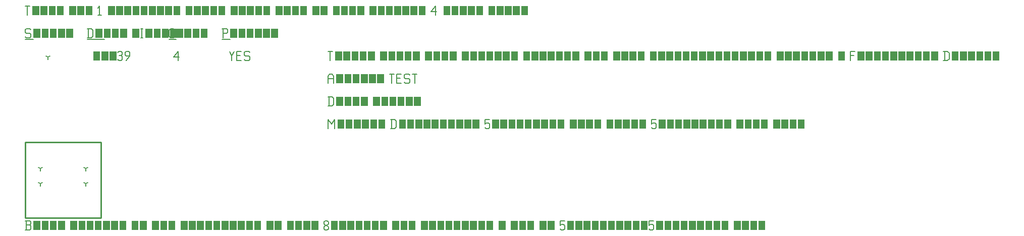
<source format=gbr>
G04 start of page 11 for group -1 layer_idx 268435461 *
G04 Title: board with minimal netlist and some back-annotation changes, <virtual group> *
G04 Creator: <version>
G04 CreationDate: <date>
G04 For: TEST *
G04 Format: Gerber/RS-274X *
G04 PCB-Dimensions: 50000 50000 *
G04 PCB-Coordinate-Origin: lower left *
%MOIN*%
%FSLAX25Y25*%
%LNLOGICAL_VIRTUAL_FAB_NONE*%
%ADD34C,0.0100*%
%ADD33C,0.0001*%
%ADD32C,0.0060*%
%ADD31C,0.0080*%
G54D31*X10000Y32500D02*Y30900D01*
Y32500D02*X11387Y33300D01*
X10000Y32500D02*X8613Y33300D01*
X40000Y32500D02*Y30900D01*
Y32500D02*X41387Y33300D01*
X40000Y32500D02*X38613Y33300D01*
X10000Y22500D02*Y20900D01*
Y22500D02*X11387Y23300D01*
X10000Y22500D02*X8613Y23300D01*
X40000Y22500D02*Y20900D01*
Y22500D02*X41387Y23300D01*
X40000Y22500D02*X38613Y23300D01*
X15000Y106250D02*Y104650D01*
Y106250D02*X16387Y107050D01*
X15000Y106250D02*X13613Y107050D01*
G54D32*X135000Y110000D02*X136500Y107000D01*
X138000Y110000D01*
X136500Y107000D02*Y104000D01*
X139800Y107300D02*X142050D01*
X139800Y104000D02*X142800D01*
X139800Y110000D02*Y104000D01*
Y110000D02*X142800D01*
X147600D02*X148350Y109250D01*
X145350Y110000D02*X147600D01*
X144600Y109250D02*X145350Y110000D01*
X144600Y109250D02*Y107750D01*
X145350Y107000D01*
X147600D01*
X148350Y106250D01*
Y104750D01*
X147600Y104000D02*X148350Y104750D01*
X145350Y104000D02*X147600D01*
X144600Y104750D02*X145350Y104000D01*
X98000Y106250D02*X101000Y110000D01*
X98000Y106250D02*X101750D01*
X101000Y110000D02*Y104000D01*
G54D33*G36*
X45000Y110000D02*X49500D01*
Y104000D01*
X45000D01*
Y110000D01*
G37*
G36*
X50400D02*X54900D01*
Y104000D01*
X50400D01*
Y110000D01*
G37*
G36*
X55800D02*X60300D01*
Y104000D01*
X55800D01*
Y110000D01*
G37*
G54D32*X61200Y109250D02*X61950Y110000D01*
X63450D01*
X64200Y109250D01*
X63450Y104000D02*X64200Y104750D01*
X61950Y104000D02*X63450D01*
X61200Y104750D02*X61950Y104000D01*
Y107300D02*X63450D01*
X64200Y109250D02*Y108050D01*
Y106550D02*Y104750D01*
Y106550D02*X63450Y107300D01*
X64200Y108050D02*X63450Y107300D01*
X66750Y104000D02*X69000Y107000D01*
Y109250D02*Y107000D01*
X68250Y110000D02*X69000Y109250D01*
X66750Y110000D02*X68250D01*
X66000Y109250D02*X66750Y110000D01*
X66000Y109250D02*Y107750D01*
X66750Y107000D01*
X69000D01*
X3000Y125000D02*X3750Y124250D01*
X750Y125000D02*X3000D01*
X0Y124250D02*X750Y125000D01*
X0Y124250D02*Y122750D01*
X750Y122000D01*
X3000D01*
X3750Y121250D01*
Y119750D01*
X3000Y119000D02*X3750Y119750D01*
X750Y119000D02*X3000D01*
X0Y119750D02*X750Y119000D01*
G54D33*G36*
X5550Y125000D02*X10050D01*
Y119000D01*
X5550D01*
Y125000D01*
G37*
G36*
X10950D02*X15450D01*
Y119000D01*
X10950D01*
Y125000D01*
G37*
G36*
X16350D02*X20850D01*
Y119000D01*
X16350D01*
Y125000D01*
G37*
G36*
X21750D02*X26250D01*
Y119000D01*
X21750D01*
Y125000D01*
G37*
G36*
X27150D02*X31650D01*
Y119000D01*
X27150D01*
Y125000D01*
G37*
G54D32*X0Y118000D02*X5550D01*
X41750Y125000D02*Y119000D01*
X43700Y125000D02*X44750Y123950D01*
Y120050D01*
X43700Y119000D02*X44750Y120050D01*
X41000Y119000D02*X43700D01*
X41000Y125000D02*X43700D01*
G54D33*G36*
X46550D02*X51050D01*
Y119000D01*
X46550D01*
Y125000D01*
G37*
G36*
X51950D02*X56450D01*
Y119000D01*
X51950D01*
Y125000D01*
G37*
G36*
X57350D02*X61850D01*
Y119000D01*
X57350D01*
Y125000D01*
G37*
G36*
X62750D02*X67250D01*
Y119000D01*
X62750D01*
Y125000D01*
G37*
G36*
X70850D02*X75350D01*
Y119000D01*
X70850D01*
Y125000D01*
G37*
G54D32*X76250D02*X77750D01*
X77000D02*Y119000D01*
X76250D02*X77750D01*
G54D33*G36*
X79550Y125000D02*X84050D01*
Y119000D01*
X79550D01*
Y125000D01*
G37*
G36*
X84950D02*X89450D01*
Y119000D01*
X84950D01*
Y125000D01*
G37*
G36*
X90350D02*X94850D01*
Y119000D01*
X90350D01*
Y125000D01*
G37*
G36*
X95750D02*X100250D01*
Y119000D01*
X95750D01*
Y125000D01*
G37*
G54D32*X41000Y118000D02*X52550D01*
X96050Y119000D02*X98000D01*
X95000Y120050D02*X96050Y119000D01*
X95000Y123950D02*Y120050D01*
Y123950D02*X96050Y125000D01*
X98000D01*
G54D33*G36*
X99800D02*X104300D01*
Y119000D01*
X99800D01*
Y125000D01*
G37*
G36*
X105200D02*X109700D01*
Y119000D01*
X105200D01*
Y125000D01*
G37*
G36*
X110600D02*X115100D01*
Y119000D01*
X110600D01*
Y125000D01*
G37*
G36*
X116000D02*X120500D01*
Y119000D01*
X116000D01*
Y125000D01*
G37*
G54D32*X95000Y118000D02*X99800D01*
X130750Y125000D02*Y119000D01*
X130000Y125000D02*X133000D01*
X133750Y124250D01*
Y122750D01*
X133000Y122000D02*X133750Y122750D01*
X130750Y122000D02*X133000D01*
G54D33*G36*
X135550Y125000D02*X140050D01*
Y119000D01*
X135550D01*
Y125000D01*
G37*
G36*
X140950D02*X145450D01*
Y119000D01*
X140950D01*
Y125000D01*
G37*
G36*
X146350D02*X150850D01*
Y119000D01*
X146350D01*
Y125000D01*
G37*
G36*
X151750D02*X156250D01*
Y119000D01*
X151750D01*
Y125000D01*
G37*
G36*
X157150D02*X161650D01*
Y119000D01*
X157150D01*
Y125000D01*
G37*
G36*
X162550D02*X167050D01*
Y119000D01*
X162550D01*
Y125000D01*
G37*
G54D32*X130000Y118000D02*X135550D01*
X0Y140000D02*X3000D01*
X1500D02*Y134000D01*
G54D33*G36*
X4800Y140000D02*X9300D01*
Y134000D01*
X4800D01*
Y140000D01*
G37*
G36*
X10200D02*X14700D01*
Y134000D01*
X10200D01*
Y140000D01*
G37*
G36*
X15600D02*X20100D01*
Y134000D01*
X15600D01*
Y140000D01*
G37*
G36*
X21000D02*X25500D01*
Y134000D01*
X21000D01*
Y140000D01*
G37*
G36*
X29100D02*X33600D01*
Y134000D01*
X29100D01*
Y140000D01*
G37*
G36*
X34500D02*X39000D01*
Y134000D01*
X34500D01*
Y140000D01*
G37*
G36*
X39900D02*X44400D01*
Y134000D01*
X39900D01*
Y140000D01*
G37*
G54D32*X48000Y138800D02*X49200Y140000D01*
Y134000D01*
X48000D02*X50250D01*
G54D33*G36*
X54750Y140000D02*X59250D01*
Y134000D01*
X54750D01*
Y140000D01*
G37*
G36*
X60150D02*X64650D01*
Y134000D01*
X60150D01*
Y140000D01*
G37*
G36*
X65550D02*X70050D01*
Y134000D01*
X65550D01*
Y140000D01*
G37*
G36*
X70950D02*X75450D01*
Y134000D01*
X70950D01*
Y140000D01*
G37*
G36*
X76350D02*X80850D01*
Y134000D01*
X76350D01*
Y140000D01*
G37*
G36*
X81750D02*X86250D01*
Y134000D01*
X81750D01*
Y140000D01*
G37*
G36*
X87150D02*X91650D01*
Y134000D01*
X87150D01*
Y140000D01*
G37*
G36*
X92550D02*X97050D01*
Y134000D01*
X92550D01*
Y140000D01*
G37*
G36*
X97950D02*X102450D01*
Y134000D01*
X97950D01*
Y140000D01*
G37*
G36*
X106050D02*X110550D01*
Y134000D01*
X106050D01*
Y140000D01*
G37*
G36*
X111450D02*X115950D01*
Y134000D01*
X111450D01*
Y140000D01*
G37*
G36*
X116850D02*X121350D01*
Y134000D01*
X116850D01*
Y140000D01*
G37*
G36*
X122250D02*X126750D01*
Y134000D01*
X122250D01*
Y140000D01*
G37*
G36*
X127650D02*X132150D01*
Y134000D01*
X127650D01*
Y140000D01*
G37*
G36*
X135750D02*X140250D01*
Y134000D01*
X135750D01*
Y140000D01*
G37*
G36*
X141150D02*X145650D01*
Y134000D01*
X141150D01*
Y140000D01*
G37*
G36*
X146550D02*X151050D01*
Y134000D01*
X146550D01*
Y140000D01*
G37*
G36*
X151950D02*X156450D01*
Y134000D01*
X151950D01*
Y140000D01*
G37*
G36*
X157350D02*X161850D01*
Y134000D01*
X157350D01*
Y140000D01*
G37*
G36*
X165450D02*X169950D01*
Y134000D01*
X165450D01*
Y140000D01*
G37*
G36*
X170850D02*X175350D01*
Y134000D01*
X170850D01*
Y140000D01*
G37*
G36*
X176250D02*X180750D01*
Y134000D01*
X176250D01*
Y140000D01*
G37*
G36*
X181650D02*X186150D01*
Y134000D01*
X181650D01*
Y140000D01*
G37*
G36*
X189750D02*X194250D01*
Y134000D01*
X189750D01*
Y140000D01*
G37*
G36*
X195150D02*X199650D01*
Y134000D01*
X195150D01*
Y140000D01*
G37*
G36*
X203250D02*X207750D01*
Y134000D01*
X203250D01*
Y140000D01*
G37*
G36*
X208650D02*X213150D01*
Y134000D01*
X208650D01*
Y140000D01*
G37*
G36*
X214050D02*X218550D01*
Y134000D01*
X214050D01*
Y140000D01*
G37*
G36*
X219450D02*X223950D01*
Y134000D01*
X219450D01*
Y140000D01*
G37*
G36*
X227550D02*X232050D01*
Y134000D01*
X227550D01*
Y140000D01*
G37*
G36*
X232950D02*X237450D01*
Y134000D01*
X232950D01*
Y140000D01*
G37*
G36*
X238350D02*X242850D01*
Y134000D01*
X238350D01*
Y140000D01*
G37*
G36*
X243750D02*X248250D01*
Y134000D01*
X243750D01*
Y140000D01*
G37*
G36*
X249150D02*X253650D01*
Y134000D01*
X249150D01*
Y140000D01*
G37*
G36*
X254550D02*X259050D01*
Y134000D01*
X254550D01*
Y140000D01*
G37*
G36*
X259950D02*X264450D01*
Y134000D01*
X259950D01*
Y140000D01*
G37*
G54D32*X268050Y136250D02*X271050Y140000D01*
X268050Y136250D02*X271800D01*
X271050Y140000D02*Y134000D01*
G54D33*G36*
X276300Y140000D02*X280800D01*
Y134000D01*
X276300D01*
Y140000D01*
G37*
G36*
X281700D02*X286200D01*
Y134000D01*
X281700D01*
Y140000D01*
G37*
G36*
X287100D02*X291600D01*
Y134000D01*
X287100D01*
Y140000D01*
G37*
G36*
X292500D02*X297000D01*
Y134000D01*
X292500D01*
Y140000D01*
G37*
G36*
X297900D02*X302400D01*
Y134000D01*
X297900D01*
Y140000D01*
G37*
G36*
X306000D02*X310500D01*
Y134000D01*
X306000D01*
Y140000D01*
G37*
G36*
X311400D02*X315900D01*
Y134000D01*
X311400D01*
Y140000D01*
G37*
G36*
X316800D02*X321300D01*
Y134000D01*
X316800D01*
Y140000D01*
G37*
G36*
X322200D02*X326700D01*
Y134000D01*
X322200D01*
Y140000D01*
G37*
G36*
X327600D02*X332100D01*
Y134000D01*
X327600D01*
Y140000D01*
G37*
G54D34*X0Y50000D02*X50000D01*
X0D02*Y0D01*
X50000Y50000D02*Y0D01*
X0D02*X50000D01*
G54D32*X200000Y65000D02*Y59000D01*
Y65000D02*X202250Y62000D01*
X204500Y65000D01*
Y59000D01*
G54D33*G36*
X206300Y65000D02*X210800D01*
Y59000D01*
X206300D01*
Y65000D01*
G37*
G36*
X211700D02*X216200D01*
Y59000D01*
X211700D01*
Y65000D01*
G37*
G36*
X217100D02*X221600D01*
Y59000D01*
X217100D01*
Y65000D01*
G37*
G36*
X222500D02*X227000D01*
Y59000D01*
X222500D01*
Y65000D01*
G37*
G36*
X227900D02*X232400D01*
Y59000D01*
X227900D01*
Y65000D01*
G37*
G36*
X233300D02*X237800D01*
Y59000D01*
X233300D01*
Y65000D01*
G37*
G54D32*X242150D02*Y59000D01*
X244100Y65000D02*X245150Y63950D01*
Y60050D01*
X244100Y59000D02*X245150Y60050D01*
X241400Y59000D02*X244100D01*
X241400Y65000D02*X244100D01*
G54D33*G36*
X246950D02*X251450D01*
Y59000D01*
X246950D01*
Y65000D01*
G37*
G36*
X252350D02*X256850D01*
Y59000D01*
X252350D01*
Y65000D01*
G37*
G36*
X257750D02*X262250D01*
Y59000D01*
X257750D01*
Y65000D01*
G37*
G36*
X263150D02*X267650D01*
Y59000D01*
X263150D01*
Y65000D01*
G37*
G36*
X268550D02*X273050D01*
Y59000D01*
X268550D01*
Y65000D01*
G37*
G36*
X273950D02*X278450D01*
Y59000D01*
X273950D01*
Y65000D01*
G37*
G36*
X279350D02*X283850D01*
Y59000D01*
X279350D01*
Y65000D01*
G37*
G36*
X284750D02*X289250D01*
Y59000D01*
X284750D01*
Y65000D01*
G37*
G36*
X290150D02*X294650D01*
Y59000D01*
X290150D01*
Y65000D01*
G37*
G36*
X295550D02*X300050D01*
Y59000D01*
X295550D01*
Y65000D01*
G37*
G54D32*X303650D02*X306650D01*
X303650D02*Y62000D01*
X304400Y62750D01*
X305900D01*
X306650Y62000D01*
Y59750D01*
X305900Y59000D02*X306650Y59750D01*
X304400Y59000D02*X305900D01*
X303650Y59750D02*X304400Y59000D01*
G54D33*G36*
X308450Y65000D02*X312950D01*
Y59000D01*
X308450D01*
Y65000D01*
G37*
G36*
X313850D02*X318350D01*
Y59000D01*
X313850D01*
Y65000D01*
G37*
G36*
X319250D02*X323750D01*
Y59000D01*
X319250D01*
Y65000D01*
G37*
G36*
X324650D02*X329150D01*
Y59000D01*
X324650D01*
Y65000D01*
G37*
G36*
X330050D02*X334550D01*
Y59000D01*
X330050D01*
Y65000D01*
G37*
G36*
X335450D02*X339950D01*
Y59000D01*
X335450D01*
Y65000D01*
G37*
G36*
X340850D02*X345350D01*
Y59000D01*
X340850D01*
Y65000D01*
G37*
G36*
X346250D02*X350750D01*
Y59000D01*
X346250D01*
Y65000D01*
G37*
G36*
X351650D02*X356150D01*
Y59000D01*
X351650D01*
Y65000D01*
G37*
G36*
X359750D02*X364250D01*
Y59000D01*
X359750D01*
Y65000D01*
G37*
G36*
X365150D02*X369650D01*
Y59000D01*
X365150D01*
Y65000D01*
G37*
G36*
X370550D02*X375050D01*
Y59000D01*
X370550D01*
Y65000D01*
G37*
G36*
X375950D02*X380450D01*
Y59000D01*
X375950D01*
Y65000D01*
G37*
G36*
X384050D02*X388550D01*
Y59000D01*
X384050D01*
Y65000D01*
G37*
G36*
X389450D02*X393950D01*
Y59000D01*
X389450D01*
Y65000D01*
G37*
G36*
X394850D02*X399350D01*
Y59000D01*
X394850D01*
Y65000D01*
G37*
G36*
X400250D02*X404750D01*
Y59000D01*
X400250D01*
Y65000D01*
G37*
G36*
X405650D02*X410150D01*
Y59000D01*
X405650D01*
Y65000D01*
G37*
G54D32*X413750D02*X416750D01*
X413750D02*Y62000D01*
X414500Y62750D01*
X416000D01*
X416750Y62000D01*
Y59750D01*
X416000Y59000D02*X416750Y59750D01*
X414500Y59000D02*X416000D01*
X413750Y59750D02*X414500Y59000D01*
G54D33*G36*
X418550Y65000D02*X423050D01*
Y59000D01*
X418550D01*
Y65000D01*
G37*
G36*
X423950D02*X428450D01*
Y59000D01*
X423950D01*
Y65000D01*
G37*
G36*
X429350D02*X433850D01*
Y59000D01*
X429350D01*
Y65000D01*
G37*
G36*
X434750D02*X439250D01*
Y59000D01*
X434750D01*
Y65000D01*
G37*
G36*
X440150D02*X444650D01*
Y59000D01*
X440150D01*
Y65000D01*
G37*
G36*
X445550D02*X450050D01*
Y59000D01*
X445550D01*
Y65000D01*
G37*
G36*
X450950D02*X455450D01*
Y59000D01*
X450950D01*
Y65000D01*
G37*
G36*
X456350D02*X460850D01*
Y59000D01*
X456350D01*
Y65000D01*
G37*
G36*
X461750D02*X466250D01*
Y59000D01*
X461750D01*
Y65000D01*
G37*
G36*
X469850D02*X474350D01*
Y59000D01*
X469850D01*
Y65000D01*
G37*
G36*
X475250D02*X479750D01*
Y59000D01*
X475250D01*
Y65000D01*
G37*
G36*
X480650D02*X485150D01*
Y59000D01*
X480650D01*
Y65000D01*
G37*
G36*
X486050D02*X490550D01*
Y59000D01*
X486050D01*
Y65000D01*
G37*
G36*
X494150D02*X498650D01*
Y59000D01*
X494150D01*
Y65000D01*
G37*
G36*
X499550D02*X504050D01*
Y59000D01*
X499550D01*
Y65000D01*
G37*
G36*
X504950D02*X509450D01*
Y59000D01*
X504950D01*
Y65000D01*
G37*
G36*
X510350D02*X514850D01*
Y59000D01*
X510350D01*
Y65000D01*
G37*
G54D32*X0Y-8000D02*X3000D01*
X3750Y-7250D01*
Y-5450D02*Y-7250D01*
X3000Y-4700D02*X3750Y-5450D01*
X750Y-4700D02*X3000D01*
X750Y-2000D02*Y-8000D01*
X0Y-2000D02*X3000D01*
X3750Y-2750D01*
Y-3950D01*
X3000Y-4700D02*X3750Y-3950D01*
G54D33*G36*
X5550Y-2000D02*X10050D01*
Y-8000D01*
X5550D01*
Y-2000D01*
G37*
G36*
X10950D02*X15450D01*
Y-8000D01*
X10950D01*
Y-2000D01*
G37*
G36*
X16350D02*X20850D01*
Y-8000D01*
X16350D01*
Y-2000D01*
G37*
G36*
X21750D02*X26250D01*
Y-8000D01*
X21750D01*
Y-2000D01*
G37*
G36*
X29850D02*X34350D01*
Y-8000D01*
X29850D01*
Y-2000D01*
G37*
G36*
X35250D02*X39750D01*
Y-8000D01*
X35250D01*
Y-2000D01*
G37*
G36*
X40650D02*X45150D01*
Y-8000D01*
X40650D01*
Y-2000D01*
G37*
G36*
X46050D02*X50550D01*
Y-8000D01*
X46050D01*
Y-2000D01*
G37*
G36*
X51450D02*X55950D01*
Y-8000D01*
X51450D01*
Y-2000D01*
G37*
G36*
X56850D02*X61350D01*
Y-8000D01*
X56850D01*
Y-2000D01*
G37*
G36*
X62250D02*X66750D01*
Y-8000D01*
X62250D01*
Y-2000D01*
G37*
G36*
X70350D02*X74850D01*
Y-8000D01*
X70350D01*
Y-2000D01*
G37*
G36*
X75750D02*X80250D01*
Y-8000D01*
X75750D01*
Y-2000D01*
G37*
G36*
X83850D02*X88350D01*
Y-8000D01*
X83850D01*
Y-2000D01*
G37*
G36*
X89250D02*X93750D01*
Y-8000D01*
X89250D01*
Y-2000D01*
G37*
G36*
X94650D02*X99150D01*
Y-8000D01*
X94650D01*
Y-2000D01*
G37*
G36*
X102750D02*X107250D01*
Y-8000D01*
X102750D01*
Y-2000D01*
G37*
G36*
X108150D02*X112650D01*
Y-8000D01*
X108150D01*
Y-2000D01*
G37*
G36*
X113550D02*X118050D01*
Y-8000D01*
X113550D01*
Y-2000D01*
G37*
G36*
X118950D02*X123450D01*
Y-8000D01*
X118950D01*
Y-2000D01*
G37*
G36*
X124350D02*X128850D01*
Y-8000D01*
X124350D01*
Y-2000D01*
G37*
G36*
X129750D02*X134250D01*
Y-8000D01*
X129750D01*
Y-2000D01*
G37*
G36*
X135150D02*X139650D01*
Y-8000D01*
X135150D01*
Y-2000D01*
G37*
G36*
X140550D02*X145050D01*
Y-8000D01*
X140550D01*
Y-2000D01*
G37*
G36*
X145950D02*X150450D01*
Y-8000D01*
X145950D01*
Y-2000D01*
G37*
G36*
X151350D02*X155850D01*
Y-8000D01*
X151350D01*
Y-2000D01*
G37*
G36*
X159450D02*X163950D01*
Y-8000D01*
X159450D01*
Y-2000D01*
G37*
G36*
X164850D02*X169350D01*
Y-8000D01*
X164850D01*
Y-2000D01*
G37*
G36*
X172950D02*X177450D01*
Y-8000D01*
X172950D01*
Y-2000D01*
G37*
G36*
X178350D02*X182850D01*
Y-8000D01*
X178350D01*
Y-2000D01*
G37*
G36*
X183750D02*X188250D01*
Y-8000D01*
X183750D01*
Y-2000D01*
G37*
G36*
X189150D02*X193650D01*
Y-8000D01*
X189150D01*
Y-2000D01*
G37*
G54D32*X197250Y-7250D02*X198000Y-8000D01*
X197250Y-6050D02*Y-7250D01*
Y-6050D02*X198300Y-5000D01*
X199200D01*
X200250Y-6050D01*
Y-7250D01*
X199500Y-8000D02*X200250Y-7250D01*
X198000Y-8000D02*X199500D01*
X197250Y-3950D02*X198300Y-5000D01*
X197250Y-2750D02*Y-3950D01*
Y-2750D02*X198000Y-2000D01*
X199500D01*
X200250Y-2750D01*
Y-3950D01*
X199200Y-5000D02*X200250Y-3950D01*
G54D33*G36*
X202050Y-2000D02*X206550D01*
Y-8000D01*
X202050D01*
Y-2000D01*
G37*
G36*
X207450D02*X211950D01*
Y-8000D01*
X207450D01*
Y-2000D01*
G37*
G36*
X212850D02*X217350D01*
Y-8000D01*
X212850D01*
Y-2000D01*
G37*
G36*
X218250D02*X222750D01*
Y-8000D01*
X218250D01*
Y-2000D01*
G37*
G36*
X223650D02*X228150D01*
Y-8000D01*
X223650D01*
Y-2000D01*
G37*
G36*
X229050D02*X233550D01*
Y-8000D01*
X229050D01*
Y-2000D01*
G37*
G36*
X234450D02*X238950D01*
Y-8000D01*
X234450D01*
Y-2000D01*
G37*
G36*
X242550D02*X247050D01*
Y-8000D01*
X242550D01*
Y-2000D01*
G37*
G36*
X247950D02*X252450D01*
Y-8000D01*
X247950D01*
Y-2000D01*
G37*
G36*
X253350D02*X257850D01*
Y-8000D01*
X253350D01*
Y-2000D01*
G37*
G36*
X261450D02*X265950D01*
Y-8000D01*
X261450D01*
Y-2000D01*
G37*
G36*
X266850D02*X271350D01*
Y-8000D01*
X266850D01*
Y-2000D01*
G37*
G36*
X272250D02*X276750D01*
Y-8000D01*
X272250D01*
Y-2000D01*
G37*
G36*
X277650D02*X282150D01*
Y-8000D01*
X277650D01*
Y-2000D01*
G37*
G36*
X283050D02*X287550D01*
Y-8000D01*
X283050D01*
Y-2000D01*
G37*
G36*
X288450D02*X292950D01*
Y-8000D01*
X288450D01*
Y-2000D01*
G37*
G36*
X293850D02*X298350D01*
Y-8000D01*
X293850D01*
Y-2000D01*
G37*
G36*
X299250D02*X303750D01*
Y-8000D01*
X299250D01*
Y-2000D01*
G37*
G36*
X304650D02*X309150D01*
Y-8000D01*
X304650D01*
Y-2000D01*
G37*
G36*
X312750D02*X317250D01*
Y-8000D01*
X312750D01*
Y-2000D01*
G37*
G36*
X320850D02*X325350D01*
Y-8000D01*
X320850D01*
Y-2000D01*
G37*
G36*
X326250D02*X330750D01*
Y-8000D01*
X326250D01*
Y-2000D01*
G37*
G36*
X331650D02*X336150D01*
Y-8000D01*
X331650D01*
Y-2000D01*
G37*
G36*
X339750D02*X344250D01*
Y-8000D01*
X339750D01*
Y-2000D01*
G37*
G36*
X345150D02*X349650D01*
Y-8000D01*
X345150D01*
Y-2000D01*
G37*
G54D32*X353250D02*X356250D01*
X353250D02*Y-5000D01*
X354000Y-4250D01*
X355500D01*
X356250Y-5000D01*
Y-7250D01*
X355500Y-8000D02*X356250Y-7250D01*
X354000Y-8000D02*X355500D01*
X353250Y-7250D02*X354000Y-8000D01*
G54D33*G36*
X358050Y-2000D02*X362550D01*
Y-8000D01*
X358050D01*
Y-2000D01*
G37*
G36*
X363450D02*X367950D01*
Y-8000D01*
X363450D01*
Y-2000D01*
G37*
G36*
X368850D02*X373350D01*
Y-8000D01*
X368850D01*
Y-2000D01*
G37*
G36*
X374250D02*X378750D01*
Y-8000D01*
X374250D01*
Y-2000D01*
G37*
G36*
X379650D02*X384150D01*
Y-8000D01*
X379650D01*
Y-2000D01*
G37*
G36*
X385050D02*X389550D01*
Y-8000D01*
X385050D01*
Y-2000D01*
G37*
G36*
X390450D02*X394950D01*
Y-8000D01*
X390450D01*
Y-2000D01*
G37*
G36*
X395850D02*X400350D01*
Y-8000D01*
X395850D01*
Y-2000D01*
G37*
G36*
X401250D02*X405750D01*
Y-8000D01*
X401250D01*
Y-2000D01*
G37*
G36*
X406650D02*X411150D01*
Y-8000D01*
X406650D01*
Y-2000D01*
G37*
G54D32*X412050D02*X415050D01*
X412050D02*Y-5000D01*
X412800Y-4250D01*
X414300D01*
X415050Y-5000D01*
Y-7250D01*
X414300Y-8000D02*X415050Y-7250D01*
X412800Y-8000D02*X414300D01*
X412050Y-7250D02*X412800Y-8000D01*
G54D33*G36*
X416850Y-2000D02*X421350D01*
Y-8000D01*
X416850D01*
Y-2000D01*
G37*
G36*
X422250D02*X426750D01*
Y-8000D01*
X422250D01*
Y-2000D01*
G37*
G36*
X427650D02*X432150D01*
Y-8000D01*
X427650D01*
Y-2000D01*
G37*
G36*
X433050D02*X437550D01*
Y-8000D01*
X433050D01*
Y-2000D01*
G37*
G36*
X438450D02*X442950D01*
Y-8000D01*
X438450D01*
Y-2000D01*
G37*
G36*
X443850D02*X448350D01*
Y-8000D01*
X443850D01*
Y-2000D01*
G37*
G36*
X449250D02*X453750D01*
Y-8000D01*
X449250D01*
Y-2000D01*
G37*
G36*
X454650D02*X459150D01*
Y-8000D01*
X454650D01*
Y-2000D01*
G37*
G36*
X460050D02*X464550D01*
Y-8000D01*
X460050D01*
Y-2000D01*
G37*
G36*
X468150D02*X472650D01*
Y-8000D01*
X468150D01*
Y-2000D01*
G37*
G36*
X473550D02*X478050D01*
Y-8000D01*
X473550D01*
Y-2000D01*
G37*
G36*
X478950D02*X483450D01*
Y-8000D01*
X478950D01*
Y-2000D01*
G37*
G36*
X484350D02*X488850D01*
Y-8000D01*
X484350D01*
Y-2000D01*
G37*
G54D32*X200750Y80000D02*Y74000D01*
X202700Y80000D02*X203750Y78950D01*
Y75050D01*
X202700Y74000D02*X203750Y75050D01*
X200000Y74000D02*X202700D01*
X200000Y80000D02*X202700D01*
G54D33*G36*
X205550D02*X210050D01*
Y74000D01*
X205550D01*
Y80000D01*
G37*
G36*
X210950D02*X215450D01*
Y74000D01*
X210950D01*
Y80000D01*
G37*
G36*
X216350D02*X220850D01*
Y74000D01*
X216350D01*
Y80000D01*
G37*
G36*
X221750D02*X226250D01*
Y74000D01*
X221750D01*
Y80000D01*
G37*
G36*
X229850D02*X234350D01*
Y74000D01*
X229850D01*
Y80000D01*
G37*
G36*
X235250D02*X239750D01*
Y74000D01*
X235250D01*
Y80000D01*
G37*
G36*
X240650D02*X245150D01*
Y74000D01*
X240650D01*
Y80000D01*
G37*
G36*
X246050D02*X250550D01*
Y74000D01*
X246050D01*
Y80000D01*
G37*
G36*
X251450D02*X255950D01*
Y74000D01*
X251450D01*
Y80000D01*
G37*
G36*
X256850D02*X261350D01*
Y74000D01*
X256850D01*
Y80000D01*
G37*
G54D32*X200000Y93500D02*Y89000D01*
Y93500D02*X201050Y95000D01*
X202700D01*
X203750Y93500D01*
Y89000D01*
X200000Y92000D02*X203750D01*
G54D33*G36*
X205550Y95000D02*X210050D01*
Y89000D01*
X205550D01*
Y95000D01*
G37*
G36*
X210950D02*X215450D01*
Y89000D01*
X210950D01*
Y95000D01*
G37*
G36*
X216350D02*X220850D01*
Y89000D01*
X216350D01*
Y95000D01*
G37*
G36*
X221750D02*X226250D01*
Y89000D01*
X221750D01*
Y95000D01*
G37*
G36*
X227150D02*X231650D01*
Y89000D01*
X227150D01*
Y95000D01*
G37*
G36*
X232550D02*X237050D01*
Y89000D01*
X232550D01*
Y95000D01*
G37*
G54D32*X240650D02*X243650D01*
X242150D02*Y89000D01*
X245450Y92300D02*X247700D01*
X245450Y89000D02*X248450D01*
X245450Y95000D02*Y89000D01*
Y95000D02*X248450D01*
X253250D02*X254000Y94250D01*
X251000Y95000D02*X253250D01*
X250250Y94250D02*X251000Y95000D01*
X250250Y94250D02*Y92750D01*
X251000Y92000D01*
X253250D01*
X254000Y91250D01*
Y89750D01*
X253250Y89000D02*X254000Y89750D01*
X251000Y89000D02*X253250D01*
X250250Y89750D02*X251000Y89000D01*
X255800Y95000D02*X258800D01*
X257300D02*Y89000D01*
X200000Y110000D02*X203000D01*
X201500D02*Y104000D01*
G54D33*G36*
X204800Y110000D02*X209300D01*
Y104000D01*
X204800D01*
Y110000D01*
G37*
G36*
X210200D02*X214700D01*
Y104000D01*
X210200D01*
Y110000D01*
G37*
G36*
X215600D02*X220100D01*
Y104000D01*
X215600D01*
Y110000D01*
G37*
G36*
X221000D02*X225500D01*
Y104000D01*
X221000D01*
Y110000D01*
G37*
G36*
X226400D02*X230900D01*
Y104000D01*
X226400D01*
Y110000D01*
G37*
G36*
X234500D02*X239000D01*
Y104000D01*
X234500D01*
Y110000D01*
G37*
G36*
X239900D02*X244400D01*
Y104000D01*
X239900D01*
Y110000D01*
G37*
G36*
X245300D02*X249800D01*
Y104000D01*
X245300D01*
Y110000D01*
G37*
G36*
X250700D02*X255200D01*
Y104000D01*
X250700D01*
Y110000D01*
G37*
G36*
X256100D02*X260600D01*
Y104000D01*
X256100D01*
Y110000D01*
G37*
G36*
X264200D02*X268700D01*
Y104000D01*
X264200D01*
Y110000D01*
G37*
G36*
X269600D02*X274100D01*
Y104000D01*
X269600D01*
Y110000D01*
G37*
G36*
X275000D02*X279500D01*
Y104000D01*
X275000D01*
Y110000D01*
G37*
G36*
X280400D02*X284900D01*
Y104000D01*
X280400D01*
Y110000D01*
G37*
G36*
X288500D02*X293000D01*
Y104000D01*
X288500D01*
Y110000D01*
G37*
G36*
X293900D02*X298400D01*
Y104000D01*
X293900D01*
Y110000D01*
G37*
G36*
X299300D02*X303800D01*
Y104000D01*
X299300D01*
Y110000D01*
G37*
G36*
X304700D02*X309200D01*
Y104000D01*
X304700D01*
Y110000D01*
G37*
G36*
X310100D02*X314600D01*
Y104000D01*
X310100D01*
Y110000D01*
G37*
G36*
X315500D02*X320000D01*
Y104000D01*
X315500D01*
Y110000D01*
G37*
G36*
X320900D02*X325400D01*
Y104000D01*
X320900D01*
Y110000D01*
G37*
G36*
X329000D02*X333500D01*
Y104000D01*
X329000D01*
Y110000D01*
G37*
G36*
X334400D02*X338900D01*
Y104000D01*
X334400D01*
Y110000D01*
G37*
G36*
X339800D02*X344300D01*
Y104000D01*
X339800D01*
Y110000D01*
G37*
G36*
X345200D02*X349700D01*
Y104000D01*
X345200D01*
Y110000D01*
G37*
G36*
X350600D02*X355100D01*
Y104000D01*
X350600D01*
Y110000D01*
G37*
G36*
X356000D02*X360500D01*
Y104000D01*
X356000D01*
Y110000D01*
G37*
G36*
X361400D02*X365900D01*
Y104000D01*
X361400D01*
Y110000D01*
G37*
G36*
X369500D02*X374000D01*
Y104000D01*
X369500D01*
Y110000D01*
G37*
G36*
X374900D02*X379400D01*
Y104000D01*
X374900D01*
Y110000D01*
G37*
G36*
X380300D02*X384800D01*
Y104000D01*
X380300D01*
Y110000D01*
G37*
G36*
X388400D02*X392900D01*
Y104000D01*
X388400D01*
Y110000D01*
G37*
G36*
X393800D02*X398300D01*
Y104000D01*
X393800D01*
Y110000D01*
G37*
G36*
X399200D02*X403700D01*
Y104000D01*
X399200D01*
Y110000D01*
G37*
G36*
X404600D02*X409100D01*
Y104000D01*
X404600D01*
Y110000D01*
G37*
G36*
X412700D02*X417200D01*
Y104000D01*
X412700D01*
Y110000D01*
G37*
G36*
X418100D02*X422600D01*
Y104000D01*
X418100D01*
Y110000D01*
G37*
G36*
X423500D02*X428000D01*
Y104000D01*
X423500D01*
Y110000D01*
G37*
G36*
X428900D02*X433400D01*
Y104000D01*
X428900D01*
Y110000D01*
G37*
G36*
X434300D02*X438800D01*
Y104000D01*
X434300D01*
Y110000D01*
G37*
G36*
X439700D02*X444200D01*
Y104000D01*
X439700D01*
Y110000D01*
G37*
G36*
X445100D02*X449600D01*
Y104000D01*
X445100D01*
Y110000D01*
G37*
G36*
X450500D02*X455000D01*
Y104000D01*
X450500D01*
Y110000D01*
G37*
G36*
X455900D02*X460400D01*
Y104000D01*
X455900D01*
Y110000D01*
G37*
G36*
X461300D02*X465800D01*
Y104000D01*
X461300D01*
Y110000D01*
G37*
G36*
X466700D02*X471200D01*
Y104000D01*
X466700D01*
Y110000D01*
G37*
G36*
X472100D02*X476600D01*
Y104000D01*
X472100D01*
Y110000D01*
G37*
G36*
X477500D02*X482000D01*
Y104000D01*
X477500D01*
Y110000D01*
G37*
G36*
X482900D02*X487400D01*
Y104000D01*
X482900D01*
Y110000D01*
G37*
G36*
X488300D02*X492800D01*
Y104000D01*
X488300D01*
Y110000D01*
G37*
G36*
X496400D02*X500900D01*
Y104000D01*
X496400D01*
Y110000D01*
G37*
G36*
X501800D02*X506300D01*
Y104000D01*
X501800D01*
Y110000D01*
G37*
G36*
X507200D02*X511700D01*
Y104000D01*
X507200D01*
Y110000D01*
G37*
G36*
X512600D02*X517100D01*
Y104000D01*
X512600D01*
Y110000D01*
G37*
G36*
X518000D02*X522500D01*
Y104000D01*
X518000D01*
Y110000D01*
G37*
G36*
X523400D02*X527900D01*
Y104000D01*
X523400D01*
Y110000D01*
G37*
G36*
X528800D02*X533300D01*
Y104000D01*
X528800D01*
Y110000D01*
G37*
G36*
X536900D02*X541400D01*
Y104000D01*
X536900D01*
Y110000D01*
G37*
G54D32*X545000D02*Y104000D01*
Y110000D02*X548000D01*
X545000Y107300D02*X547250D01*
G54D33*G36*
X549800Y110000D02*X554300D01*
Y104000D01*
X549800D01*
Y110000D01*
G37*
G36*
X555200D02*X559700D01*
Y104000D01*
X555200D01*
Y110000D01*
G37*
G36*
X560600D02*X565100D01*
Y104000D01*
X560600D01*
Y110000D01*
G37*
G36*
X566000D02*X570500D01*
Y104000D01*
X566000D01*
Y110000D01*
G37*
G36*
X571400D02*X575900D01*
Y104000D01*
X571400D01*
Y110000D01*
G37*
G36*
X576800D02*X581300D01*
Y104000D01*
X576800D01*
Y110000D01*
G37*
G36*
X582200D02*X586700D01*
Y104000D01*
X582200D01*
Y110000D01*
G37*
G36*
X587600D02*X592100D01*
Y104000D01*
X587600D01*
Y110000D01*
G37*
G36*
X593000D02*X597500D01*
Y104000D01*
X593000D01*
Y110000D01*
G37*
G36*
X598400D02*X602900D01*
Y104000D01*
X598400D01*
Y110000D01*
G37*
G54D32*X607250D02*Y104000D01*
X609200Y110000D02*X610250Y108950D01*
Y105050D01*
X609200Y104000D02*X610250Y105050D01*
X606500Y104000D02*X609200D01*
X606500Y110000D02*X609200D01*
G54D33*G36*
X612050D02*X616550D01*
Y104000D01*
X612050D01*
Y110000D01*
G37*
G36*
X617450D02*X621950D01*
Y104000D01*
X617450D01*
Y110000D01*
G37*
G36*
X622850D02*X627350D01*
Y104000D01*
X622850D01*
Y110000D01*
G37*
G36*
X628250D02*X632750D01*
Y104000D01*
X628250D01*
Y110000D01*
G37*
G36*
X633650D02*X638150D01*
Y104000D01*
X633650D01*
Y110000D01*
G37*
G36*
X639050D02*X643550D01*
Y104000D01*
X639050D01*
Y110000D01*
G37*
M02*

</source>
